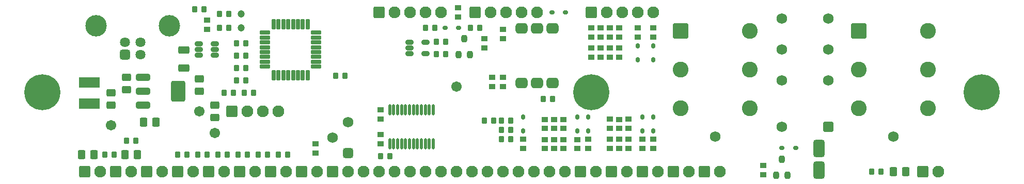
<source format=gts>
G04 Layer_Color=8388736*
%FSLAX25Y25*%
%MOIN*%
G70*
G01*
G75*
%ADD39C,0.06800*%
%ADD56C,0.06706*%
G04:AMPARAMS|DCode=57|XSize=33.59mil|YSize=41.47mil|CornerRadius=7.2mil|HoleSize=0mil|Usage=FLASHONLY|Rotation=270.000|XOffset=0mil|YOffset=0mil|HoleType=Round|Shape=RoundedRectangle|*
%AMROUNDEDRECTD57*
21,1,0.03359,0.02707,0,0,270.0*
21,1,0.01919,0.04147,0,0,270.0*
1,1,0.01440,-0.01353,-0.00960*
1,1,0.01440,-0.01353,0.00960*
1,1,0.01440,0.01353,0.00960*
1,1,0.01440,0.01353,-0.00960*
%
%ADD57ROUNDEDRECTD57*%
G04:AMPARAMS|DCode=58|XSize=33.59mil|YSize=41.47mil|CornerRadius=7.2mil|HoleSize=0mil|Usage=FLASHONLY|Rotation=180.000|XOffset=0mil|YOffset=0mil|HoleType=Round|Shape=RoundedRectangle|*
%AMROUNDEDRECTD58*
21,1,0.03359,0.02707,0,0,180.0*
21,1,0.01919,0.04147,0,0,180.0*
1,1,0.01440,-0.00960,0.01353*
1,1,0.01440,0.00960,0.01353*
1,1,0.01440,0.00960,-0.01353*
1,1,0.01440,-0.00960,-0.01353*
%
%ADD58ROUNDEDRECTD58*%
G04:AMPARAMS|DCode=59|XSize=31.62mil|YSize=51.31mil|CornerRadius=9.9mil|HoleSize=0mil|Usage=FLASHONLY|Rotation=90.000|XOffset=0mil|YOffset=0mil|HoleType=Round|Shape=RoundedRectangle|*
%AMROUNDEDRECTD59*
21,1,0.03162,0.03150,0,0,90.0*
21,1,0.01181,0.05131,0,0,90.0*
1,1,0.01981,0.01575,0.00591*
1,1,0.01981,0.01575,-0.00591*
1,1,0.01981,-0.01575,-0.00591*
1,1,0.01981,-0.01575,0.00591*
%
%ADD59ROUNDEDRECTD59*%
G04:AMPARAMS|DCode=60|XSize=39.5mil|YSize=46.19mil|CornerRadius=11.87mil|HoleSize=0mil|Usage=FLASHONLY|Rotation=180.000|XOffset=0mil|YOffset=0mil|HoleType=Round|Shape=RoundedRectangle|*
%AMROUNDEDRECTD60*
21,1,0.03950,0.02244,0,0,180.0*
21,1,0.01575,0.04619,0,0,180.0*
1,1,0.02375,-0.00787,0.01122*
1,1,0.02375,0.00787,0.01122*
1,1,0.02375,0.00787,-0.01122*
1,1,0.02375,-0.00787,-0.01122*
%
%ADD60ROUNDEDRECTD60*%
G04:AMPARAMS|DCode=61|XSize=27.68mil|YSize=31.62mil|CornerRadius=6.46mil|HoleSize=0mil|Usage=FLASHONLY|Rotation=90.000|XOffset=0mil|YOffset=0mil|HoleType=Round|Shape=RoundedRectangle|*
%AMROUNDEDRECTD61*
21,1,0.02768,0.01870,0,0,90.0*
21,1,0.01476,0.03162,0,0,90.0*
1,1,0.01292,0.00935,0.00738*
1,1,0.01292,0.00935,-0.00738*
1,1,0.01292,-0.00935,-0.00738*
1,1,0.01292,-0.00935,0.00738*
%
%ADD61ROUNDEDRECTD61*%
G04:AMPARAMS|DCode=62|XSize=135.95mil|YSize=92.65mil|CornerRadius=14.58mil|HoleSize=0mil|Usage=FLASHONLY|Rotation=90.000|XOffset=0mil|YOffset=0mil|HoleType=Round|Shape=RoundedRectangle|*
%AMROUNDEDRECTD62*
21,1,0.13595,0.06348,0,0,90.0*
21,1,0.10679,0.09265,0,0,90.0*
1,1,0.02916,0.03174,0.05340*
1,1,0.02916,0.03174,-0.05340*
1,1,0.02916,-0.03174,-0.05340*
1,1,0.02916,-0.03174,0.05340*
%
%ADD62ROUNDEDRECTD62*%
G04:AMPARAMS|DCode=63|XSize=45.4mil|YSize=92.65mil|CornerRadius=13.35mil|HoleSize=0mil|Usage=FLASHONLY|Rotation=90.000|XOffset=0mil|YOffset=0mil|HoleType=Round|Shape=RoundedRectangle|*
%AMROUNDEDRECTD63*
21,1,0.04540,0.06594,0,0,90.0*
21,1,0.01870,0.09265,0,0,90.0*
1,1,0.02670,0.03297,0.00935*
1,1,0.02670,0.03297,-0.00935*
1,1,0.02670,-0.03297,-0.00935*
1,1,0.02670,-0.03297,0.00935*
%
%ADD63ROUNDEDRECTD63*%
G04:AMPARAMS|DCode=64|XSize=47.37mil|YSize=59.18mil|CornerRadius=8.92mil|HoleSize=0mil|Usage=FLASHONLY|Rotation=180.000|XOffset=0mil|YOffset=0mil|HoleType=Round|Shape=RoundedRectangle|*
%AMROUNDEDRECTD64*
21,1,0.04737,0.04134,0,0,180.0*
21,1,0.02953,0.05918,0,0,180.0*
1,1,0.01784,-0.01476,0.02067*
1,1,0.01784,0.01476,0.02067*
1,1,0.01784,0.01476,-0.02067*
1,1,0.01784,-0.01476,-0.02067*
%
%ADD64ROUNDEDRECTD64*%
G04:AMPARAMS|DCode=65|XSize=47.37mil|YSize=59.18mil|CornerRadius=8.92mil|HoleSize=0mil|Usage=FLASHONLY|Rotation=270.000|XOffset=0mil|YOffset=0mil|HoleType=Round|Shape=RoundedRectangle|*
%AMROUNDEDRECTD65*
21,1,0.04737,0.04134,0,0,270.0*
21,1,0.02953,0.05918,0,0,270.0*
1,1,0.01784,-0.02067,-0.01476*
1,1,0.01784,-0.02067,0.01476*
1,1,0.01784,0.02067,0.01476*
1,1,0.01784,0.02067,-0.01476*
%
%ADD65ROUNDEDRECTD65*%
G04:AMPARAMS|DCode=66|XSize=47.37mil|YSize=70.99mil|CornerRadius=8.92mil|HoleSize=0mil|Usage=FLASHONLY|Rotation=270.000|XOffset=0mil|YOffset=0mil|HoleType=Round|Shape=RoundedRectangle|*
%AMROUNDEDRECTD66*
21,1,0.04737,0.05315,0,0,270.0*
21,1,0.02953,0.07099,0,0,270.0*
1,1,0.01784,-0.02657,-0.01476*
1,1,0.01784,-0.02657,0.01476*
1,1,0.01784,0.02657,0.01476*
1,1,0.01784,0.02657,-0.01476*
%
%ADD66ROUNDEDRECTD66*%
%ADD67R,0.13400X0.06800*%
G04:AMPARAMS|DCode=68|XSize=19.81mil|YSize=70.99mil|CornerRadius=6.95mil|HoleSize=0mil|Usage=FLASHONLY|Rotation=180.000|XOffset=0mil|YOffset=0mil|HoleType=Round|Shape=RoundedRectangle|*
%AMROUNDEDRECTD68*
21,1,0.01981,0.05709,0,0,180.0*
21,1,0.00591,0.07099,0,0,180.0*
1,1,0.01391,-0.00295,0.02854*
1,1,0.01391,0.00295,0.02854*
1,1,0.01391,0.00295,-0.02854*
1,1,0.01391,-0.00295,-0.02854*
%
%ADD68ROUNDEDRECTD68*%
G04:AMPARAMS|DCode=69|XSize=78.08mil|YSize=67.84mil|CornerRadius=18.96mil|HoleSize=0mil|Usage=FLASHONLY|Rotation=180.000|XOffset=0mil|YOffset=0mil|HoleType=Round|Shape=RoundedRectangle|*
%AMROUNDEDRECTD69*
21,1,0.07808,0.02992,0,0,180.0*
21,1,0.04016,0.06784,0,0,180.0*
1,1,0.03792,-0.02008,0.01496*
1,1,0.03792,0.02008,0.01496*
1,1,0.03792,0.02008,-0.01496*
1,1,0.03792,-0.02008,-0.01496*
%
%ADD69ROUNDEDRECTD69*%
G04:AMPARAMS|DCode=70|XSize=27.68mil|YSize=31.62mil|CornerRadius=6.46mil|HoleSize=0mil|Usage=FLASHONLY|Rotation=180.000|XOffset=0mil|YOffset=0mil|HoleType=Round|Shape=RoundedRectangle|*
%AMROUNDEDRECTD70*
21,1,0.02768,0.01870,0,0,180.0*
21,1,0.01476,0.03162,0,0,180.0*
1,1,0.01292,-0.00738,0.00935*
1,1,0.01292,0.00738,0.00935*
1,1,0.01292,0.00738,-0.00935*
1,1,0.01292,-0.00738,-0.00935*
%
%ADD70ROUNDEDRECTD70*%
G04:AMPARAMS|DCode=71|XSize=70.99mil|YSize=110.36mil|CornerRadius=11.87mil|HoleSize=0mil|Usage=FLASHONLY|Rotation=180.000|XOffset=0mil|YOffset=0mil|HoleType=Round|Shape=RoundedRectangle|*
%AMROUNDEDRECTD71*
21,1,0.07099,0.08661,0,0,180.0*
21,1,0.04724,0.11036,0,0,180.0*
1,1,0.02375,-0.02362,0.04331*
1,1,0.02375,0.02362,0.04331*
1,1,0.02375,0.02362,-0.04331*
1,1,0.02375,-0.02362,-0.04331*
%
%ADD71ROUNDEDRECTD71*%
G04:AMPARAMS|DCode=72|XSize=29.65mil|YSize=67.06mil|CornerRadius=9.41mil|HoleSize=0mil|Usage=FLASHONLY|Rotation=90.000|XOffset=0mil|YOffset=0mil|HoleType=Round|Shape=RoundedRectangle|*
%AMROUNDEDRECTD72*
21,1,0.02965,0.04823,0,0,90.0*
21,1,0.01083,0.06706,0,0,90.0*
1,1,0.01883,0.02411,0.00541*
1,1,0.01883,0.02411,-0.00541*
1,1,0.01883,-0.02411,-0.00541*
1,1,0.01883,-0.02411,0.00541*
%
%ADD72ROUNDEDRECTD72*%
G04:AMPARAMS|DCode=73|XSize=29.65mil|YSize=67.06mil|CornerRadius=9.41mil|HoleSize=0mil|Usage=FLASHONLY|Rotation=0.000|XOffset=0mil|YOffset=0mil|HoleType=Round|Shape=RoundedRectangle|*
%AMROUNDEDRECTD73*
21,1,0.02965,0.04823,0,0,0.0*
21,1,0.01083,0.06706,0,0,0.0*
1,1,0.01883,0.00541,-0.02411*
1,1,0.01883,-0.00541,-0.02411*
1,1,0.01883,-0.00541,0.02411*
1,1,0.01883,0.00541,0.02411*
%
%ADD73ROUNDEDRECTD73*%
%ADD74C,0.04737*%
G04:AMPARAMS|DCode=75|XSize=64.22mil|YSize=64.22mil|CornerRadius=12.43mil|HoleSize=0mil|Usage=FLASHONLY|Rotation=180.000|XOffset=0mil|YOffset=0mil|HoleType=Round|Shape=RoundedRectangle|*
%AMROUNDEDRECTD75*
21,1,0.06422,0.03935,0,0,180.0*
21,1,0.03935,0.06422,0,0,180.0*
1,1,0.02487,-0.01968,0.01968*
1,1,0.02487,0.01968,0.01968*
1,1,0.02487,0.01968,-0.01968*
1,1,0.02487,-0.01968,-0.01968*
%
%ADD75ROUNDEDRECTD75*%
%ADD76C,0.06422*%
%ADD77C,0.13855*%
%ADD78C,0.07600*%
G04:AMPARAMS|DCode=79|XSize=76mil|YSize=76mil|CornerRadius=14.2mil|HoleSize=0mil|Usage=FLASHONLY|Rotation=270.000|XOffset=0mil|YOffset=0mil|HoleType=Round|Shape=RoundedRectangle|*
%AMROUNDEDRECTD79*
21,1,0.07600,0.04760,0,0,270.0*
21,1,0.04760,0.07600,0,0,270.0*
1,1,0.02840,-0.02380,-0.02380*
1,1,0.02840,-0.02380,0.02380*
1,1,0.02840,0.02380,0.02380*
1,1,0.02840,0.02380,-0.02380*
%
%ADD79ROUNDEDRECTD79*%
%ADD80C,0.23241*%
%ADD81C,0.03556*%
G04:AMPARAMS|DCode=82|XSize=68mil|YSize=68mil|CornerRadius=13mil|HoleSize=0mil|Usage=FLASHONLY|Rotation=90.000|XOffset=0mil|YOffset=0mil|HoleType=Round|Shape=RoundedRectangle|*
%AMROUNDEDRECTD82*
21,1,0.06800,0.04200,0,0,90.0*
21,1,0.04200,0.06800,0,0,90.0*
1,1,0.02600,0.02100,0.02100*
1,1,0.02600,0.02100,-0.02100*
1,1,0.02600,-0.02100,-0.02100*
1,1,0.02600,-0.02100,0.02100*
%
%ADD82ROUNDEDRECTD82*%
G04:AMPARAMS|DCode=83|XSize=68mil|YSize=68mil|CornerRadius=19mil|HoleSize=0mil|Usage=FLASHONLY|Rotation=90.000|XOffset=0mil|YOffset=0mil|HoleType=Round|Shape=RoundedRectangle|*
%AMROUNDEDRECTD83*
21,1,0.06800,0.03000,0,0,90.0*
21,1,0.03000,0.06800,0,0,90.0*
1,1,0.03800,0.01500,0.01500*
1,1,0.03800,0.01500,-0.01500*
1,1,0.03800,-0.01500,-0.01500*
1,1,0.03800,-0.01500,0.01500*
%
%ADD83ROUNDEDRECTD83*%
G04:AMPARAMS|DCode=84|XSize=102.49mil|YSize=102.49mil|CornerRadius=15.81mil|HoleSize=0mil|Usage=FLASHONLY|Rotation=270.000|XOffset=0mil|YOffset=0mil|HoleType=Round|Shape=RoundedRectangle|*
%AMROUNDEDRECTD84*
21,1,0.10249,0.07087,0,0,270.0*
21,1,0.07087,0.10249,0,0,270.0*
1,1,0.03162,-0.03543,-0.03543*
1,1,0.03162,-0.03543,0.03543*
1,1,0.03162,0.03543,0.03543*
1,1,0.03162,0.03543,-0.03543*
%
%ADD84ROUNDEDRECTD84*%
%ADD85C,0.10249*%
D39*
X523000Y106000D02*
D03*
Y126000D02*
D03*
Y146000D02*
D03*
X493000D02*
D03*
Y126000D02*
D03*
Y106000D02*
D03*
Y76000D02*
D03*
X203000Y69000D02*
D03*
X213000Y79000D02*
D03*
X565000Y69772D02*
D03*
X450000D02*
D03*
D56*
X283000Y102000D02*
D03*
X60000Y77000D02*
D03*
X127000Y72000D02*
D03*
X117000Y86000D02*
D03*
D57*
X301000Y132953D02*
D03*
Y127047D02*
D03*
X284000Y152953D02*
D03*
Y147047D02*
D03*
X388000Y75000D02*
D03*
Y80905D02*
D03*
Y67953D02*
D03*
Y62047D02*
D03*
X346000Y75000D02*
D03*
Y80905D02*
D03*
X376000Y139953D02*
D03*
Y134047D02*
D03*
X370000Y139953D02*
D03*
Y134047D02*
D03*
X313000Y108000D02*
D03*
Y102094D02*
D03*
Y133047D02*
D03*
Y138953D02*
D03*
X394000Y80953D02*
D03*
Y75047D02*
D03*
X410000Y67953D02*
D03*
Y62047D02*
D03*
X394000Y62047D02*
D03*
Y67953D02*
D03*
X403000Y67953D02*
D03*
Y62047D02*
D03*
X326000Y67953D02*
D03*
Y62047D02*
D03*
X352000Y80905D02*
D03*
Y75000D02*
D03*
X368000Y67953D02*
D03*
Y62047D02*
D03*
X352000Y62000D02*
D03*
Y67905D02*
D03*
X361000Y67905D02*
D03*
Y62000D02*
D03*
X481000Y50953D02*
D03*
Y45047D02*
D03*
X388000Y126953D02*
D03*
Y121047D02*
D03*
X382000Y126953D02*
D03*
Y121047D02*
D03*
X410000Y134047D02*
D03*
Y139953D02*
D03*
X382000Y134047D02*
D03*
Y139953D02*
D03*
X400000Y134047D02*
D03*
Y139953D02*
D03*
X346000Y62000D02*
D03*
Y67905D02*
D03*
X376000Y126953D02*
D03*
Y121047D02*
D03*
X388000Y139953D02*
D03*
Y134047D02*
D03*
X234000Y81047D02*
D03*
Y86953D02*
D03*
Y70953D02*
D03*
Y65047D02*
D03*
X192000Y64953D02*
D03*
Y59047D02*
D03*
X306000Y107953D02*
D03*
Y102047D02*
D03*
X382000Y75047D02*
D03*
Y80953D02*
D03*
Y67953D02*
D03*
Y62047D02*
D03*
X340000Y75000D02*
D03*
Y80905D02*
D03*
Y67905D02*
D03*
Y62000D02*
D03*
X370000Y121047D02*
D03*
Y126953D02*
D03*
X122000Y144953D02*
D03*
Y139047D02*
D03*
D58*
X275953Y131000D02*
D03*
X270047D02*
D03*
Y123000D02*
D03*
X275953D02*
D03*
X263047Y140000D02*
D03*
X268953D02*
D03*
X141047Y130000D02*
D03*
X146953D02*
D03*
X141047Y122000D02*
D03*
X146953D02*
D03*
Y106000D02*
D03*
X141047D02*
D03*
X141047Y114000D02*
D03*
X146953D02*
D03*
X234047Y57000D02*
D03*
X239953D02*
D03*
X168047Y58000D02*
D03*
X173953D02*
D03*
X155047D02*
D03*
X160953D02*
D03*
X142047D02*
D03*
X147953D02*
D03*
X134953D02*
D03*
X129047D02*
D03*
X121953D02*
D03*
X116047D02*
D03*
X108953D02*
D03*
X103047D02*
D03*
X318000Y74000D02*
D03*
X312094D02*
D03*
X312094Y80000D02*
D03*
X318000D02*
D03*
X312094Y68000D02*
D03*
X318000D02*
D03*
X551047Y47000D02*
D03*
X556953D02*
D03*
X339047Y94000D02*
D03*
X344953D02*
D03*
X301095Y80000D02*
D03*
X307000D02*
D03*
X138953Y98000D02*
D03*
X133047D02*
D03*
X151953D02*
D03*
X146047D02*
D03*
X70047Y67000D02*
D03*
X75953D02*
D03*
X119953Y152000D02*
D03*
X114047D02*
D03*
X210953Y109000D02*
D03*
X205047D02*
D03*
X135953Y149000D02*
D03*
X130047D02*
D03*
X135953Y140000D02*
D03*
X130047D02*
D03*
X61953Y58000D02*
D03*
X56047D02*
D03*
X292047Y140000D02*
D03*
X297953D02*
D03*
D59*
X263118Y130740D02*
D03*
Y123260D02*
D03*
X252882D02*
D03*
Y127000D02*
D03*
Y130740D02*
D03*
X127118Y126000D02*
D03*
X116882Y129740D02*
D03*
Y126000D02*
D03*
Y122260D02*
D03*
X127118Y129740D02*
D03*
Y122260D02*
D03*
D60*
X288000Y133118D02*
D03*
X291740Y122882D02*
D03*
X284260D02*
D03*
X489260Y44882D02*
D03*
X496740D02*
D03*
X493000Y55118D02*
D03*
D61*
X275571Y140000D02*
D03*
X284429D02*
D03*
X493071Y62500D02*
D03*
X501929D02*
D03*
X344571Y150000D02*
D03*
X353429D02*
D03*
D62*
X103417Y99000D02*
D03*
D63*
X80583Y89945D02*
D03*
Y99000D02*
D03*
Y108055D02*
D03*
D64*
X88937Y79000D02*
D03*
X81063D02*
D03*
X565063Y47000D02*
D03*
X572937D02*
D03*
X41063Y58000D02*
D03*
X48937D02*
D03*
X76937D02*
D03*
X69063D02*
D03*
D65*
X60000Y97937D02*
D03*
Y90063D02*
D03*
X117000Y106937D02*
D03*
Y99063D02*
D03*
X70000Y107937D02*
D03*
Y100063D02*
D03*
X127000Y82063D02*
D03*
Y89937D02*
D03*
D66*
X107000Y125906D02*
D03*
Y114094D02*
D03*
D67*
X46000Y104800D02*
D03*
Y91200D02*
D03*
D68*
X239925Y64976D02*
D03*
X242484D02*
D03*
X245043D02*
D03*
X247602D02*
D03*
X250161D02*
D03*
X252720D02*
D03*
X255279D02*
D03*
X257839D02*
D03*
X260398D02*
D03*
X262957D02*
D03*
X265516D02*
D03*
X268075D02*
D03*
X239925Y87024D02*
D03*
X242484D02*
D03*
X245043D02*
D03*
X247602D02*
D03*
X250161D02*
D03*
X252720D02*
D03*
X255279D02*
D03*
X257839D02*
D03*
X260398D02*
D03*
X262957D02*
D03*
X265516D02*
D03*
X268075D02*
D03*
D69*
X325000Y104264D02*
D03*
X335000Y139736D02*
D03*
X345000Y104264D02*
D03*
Y139736D02*
D03*
X335000Y104264D02*
D03*
X325000Y139736D02*
D03*
D70*
X410000Y73571D02*
D03*
Y82429D02*
D03*
X403000D02*
D03*
Y73571D02*
D03*
X326000D02*
D03*
Y82429D02*
D03*
X368000D02*
D03*
Y73571D02*
D03*
X361000Y73524D02*
D03*
Y82382D02*
D03*
X400000Y119571D02*
D03*
Y128429D02*
D03*
X410000D02*
D03*
Y119571D02*
D03*
D71*
X517000Y47913D02*
D03*
Y62087D02*
D03*
D72*
X159465Y137024D02*
D03*
Y133874D02*
D03*
Y130724D02*
D03*
Y127575D02*
D03*
Y124425D02*
D03*
Y121276D02*
D03*
Y118126D02*
D03*
Y114976D02*
D03*
X192535D02*
D03*
Y118126D02*
D03*
Y121276D02*
D03*
Y124425D02*
D03*
Y127575D02*
D03*
Y130724D02*
D03*
Y133874D02*
D03*
Y137024D02*
D03*
D73*
X164976Y109465D02*
D03*
X168126D02*
D03*
X171276D02*
D03*
X174425D02*
D03*
X177575D02*
D03*
X180724D02*
D03*
X183874D02*
D03*
X187024D02*
D03*
Y142535D02*
D03*
X183874D02*
D03*
X180724D02*
D03*
X177575D02*
D03*
X174425D02*
D03*
X171276D02*
D03*
X168126D02*
D03*
X164976D02*
D03*
D74*
X144000Y140000D02*
D03*
Y149000D02*
D03*
D75*
X69079Y122728D02*
D03*
D76*
Y130602D02*
D03*
X78921D02*
D03*
Y122728D02*
D03*
D77*
X97701Y141272D02*
D03*
X50299D02*
D03*
D78*
X148000Y86000D02*
D03*
X158000D02*
D03*
X168000D02*
D03*
X325000Y150000D02*
D03*
X315000D02*
D03*
X305000D02*
D03*
X335000D02*
D03*
X263000D02*
D03*
X253000D02*
D03*
X243000D02*
D03*
X273000D02*
D03*
X73000Y47000D02*
D03*
X273000D02*
D03*
X263000D02*
D03*
X243000D02*
D03*
X213000D02*
D03*
X223000D02*
D03*
X233000D02*
D03*
X253000D02*
D03*
X283000D02*
D03*
X293000D02*
D03*
X303000D02*
D03*
X313000D02*
D03*
X323000D02*
D03*
X333000D02*
D03*
X343000D02*
D03*
X353000D02*
D03*
X193000D02*
D03*
X173000D02*
D03*
X153000D02*
D03*
X133000D02*
D03*
X113000D02*
D03*
X93000D02*
D03*
X453000D02*
D03*
X433000D02*
D03*
X373000D02*
D03*
X413000D02*
D03*
X393000D02*
D03*
X594000D02*
D03*
X400000Y150000D02*
D03*
X390000D02*
D03*
X380000D02*
D03*
X410000D02*
D03*
X53000Y47000D02*
D03*
D79*
X138000Y86000D02*
D03*
X295000Y150000D02*
D03*
X233000D02*
D03*
X63000Y47000D02*
D03*
X203000D02*
D03*
X183000D02*
D03*
X163000D02*
D03*
X143000D02*
D03*
X123000D02*
D03*
X103000D02*
D03*
X83000D02*
D03*
X443000D02*
D03*
X423000D02*
D03*
X363000D02*
D03*
X403000D02*
D03*
X383000D02*
D03*
X584000D02*
D03*
X370000Y150000D02*
D03*
X43000Y47000D02*
D03*
D80*
X370079Y98425D02*
D03*
X622047D02*
D03*
X15748D02*
D03*
D81*
X361811D02*
D03*
X364279Y104225D02*
D03*
X370079Y106693D02*
D03*
X375879Y104225D02*
D03*
X378346Y98425D02*
D03*
X375979Y92525D02*
D03*
X370079Y90158D02*
D03*
X364179Y92625D02*
D03*
X613779Y98425D02*
D03*
X616247Y104225D02*
D03*
X622047Y106693D02*
D03*
X627847Y104225D02*
D03*
X630315Y98425D02*
D03*
X627947Y92525D02*
D03*
X622047Y90158D02*
D03*
X616147Y92625D02*
D03*
X7480Y98425D02*
D03*
X9948Y104225D02*
D03*
X15748Y106693D02*
D03*
X21548Y104225D02*
D03*
X24016Y98425D02*
D03*
X21648Y92525D02*
D03*
X15748Y90158D02*
D03*
X9848Y92625D02*
D03*
D82*
X523000Y76000D02*
D03*
D83*
X213000Y59000D02*
D03*
D84*
X542559Y138000D02*
D03*
X427559D02*
D03*
D85*
X542559Y88000D02*
D03*
Y113000D02*
D03*
X587441Y138000D02*
D03*
Y88000D02*
D03*
Y113000D02*
D03*
X472441D02*
D03*
Y88000D02*
D03*
Y138000D02*
D03*
X427559Y113000D02*
D03*
Y88000D02*
D03*
M02*

</source>
